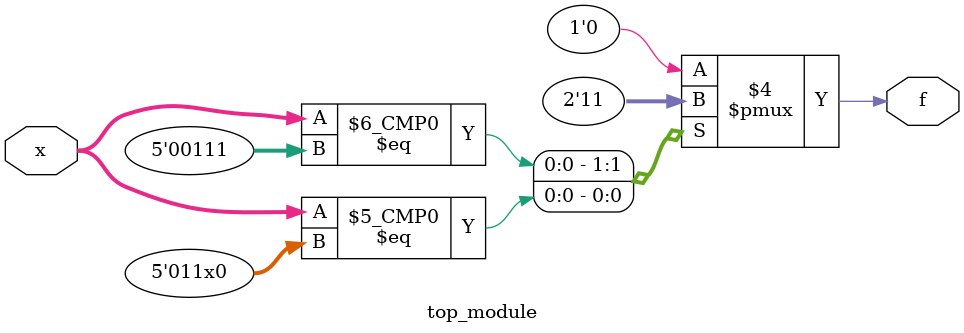
<source format=sv>
module top_module (
    input [4:0] x,
    output logic f
);

    always_comb begin
        case (x)
            5'b00x0: f = 1'b0;
            5'b00x1: f = 1'b0;
            5'b0101: f = 1'b0;
            5'b0111: f = 1'b1;
            5'b11x0: f = 1'b1;
            5'b1100: f = 1'b1;
            5'b1101: f = 1'b0;
            default: f = 1'b0;
        endcase
    end
endmodule

</source>
